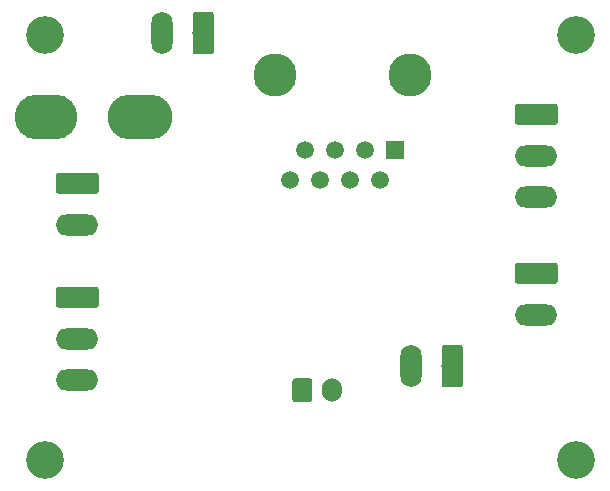
<source format=gbr>
%TF.GenerationSoftware,KiCad,Pcbnew,(5.1.4)-1*%
%TF.CreationDate,2021-10-25T09:38:00+02:00*%
%TF.ProjectId,bbb-diffcape-receiver,6262622d-6469-4666-9663-6170652d7265,rev?*%
%TF.SameCoordinates,Original*%
%TF.FileFunction,Soldermask,Bot*%
%TF.FilePolarity,Negative*%
%FSLAX46Y46*%
G04 Gerber Fmt 4.6, Leading zero omitted, Abs format (unit mm)*
G04 Created by KiCad (PCBNEW (5.1.4)-1) date 2021-10-25 09:38:00*
%MOMM*%
%LPD*%
G04 APERTURE LIST*
%ADD10C,3.650000*%
%ADD11R,1.500000X1.500000*%
%ADD12C,1.500000*%
%ADD13O,1.800000X3.600000*%
%ADD14C,0.100000*%
%ADD15C,1.800000*%
%ADD16C,3.200000*%
%ADD17O,1.700000X2.000000*%
%ADD18C,1.700000*%
%ADD19O,3.600000X1.800000*%
%ADD20O,5.300000X3.800000*%
%ADD21O,5.500000X3.800000*%
G04 APERTURE END LIST*
D10*
%TO.C,J8*%
X111506000Y-56388000D03*
X122936000Y-56388000D03*
D11*
X121666000Y-62738000D03*
D12*
X120396000Y-65278000D03*
X119126000Y-62738000D03*
X117856000Y-65278000D03*
X116586000Y-62738000D03*
X115316000Y-65278000D03*
X114046000Y-62738000D03*
X112776000Y-65278000D03*
%TD*%
D13*
%TO.C,J7*%
X101910000Y-52832000D03*
D14*
G36*
X106084504Y-51033204D02*
G01*
X106108773Y-51036804D01*
X106132571Y-51042765D01*
X106155671Y-51051030D01*
X106177849Y-51061520D01*
X106198893Y-51074133D01*
X106218598Y-51088747D01*
X106236777Y-51105223D01*
X106253253Y-51123402D01*
X106267867Y-51143107D01*
X106280480Y-51164151D01*
X106290970Y-51186329D01*
X106299235Y-51209429D01*
X106305196Y-51233227D01*
X106308796Y-51257496D01*
X106310000Y-51282000D01*
X106310000Y-54382000D01*
X106308796Y-54406504D01*
X106305196Y-54430773D01*
X106299235Y-54454571D01*
X106290970Y-54477671D01*
X106280480Y-54499849D01*
X106267867Y-54520893D01*
X106253253Y-54540598D01*
X106236777Y-54558777D01*
X106218598Y-54575253D01*
X106198893Y-54589867D01*
X106177849Y-54602480D01*
X106155671Y-54612970D01*
X106132571Y-54621235D01*
X106108773Y-54627196D01*
X106084504Y-54630796D01*
X106060000Y-54632000D01*
X104760000Y-54632000D01*
X104735496Y-54630796D01*
X104711227Y-54627196D01*
X104687429Y-54621235D01*
X104664329Y-54612970D01*
X104642151Y-54602480D01*
X104621107Y-54589867D01*
X104601402Y-54575253D01*
X104583223Y-54558777D01*
X104566747Y-54540598D01*
X104552133Y-54520893D01*
X104539520Y-54499849D01*
X104529030Y-54477671D01*
X104520765Y-54454571D01*
X104514804Y-54430773D01*
X104511204Y-54406504D01*
X104510000Y-54382000D01*
X104510000Y-51282000D01*
X104511204Y-51257496D01*
X104514804Y-51233227D01*
X104520765Y-51209429D01*
X104529030Y-51186329D01*
X104539520Y-51164151D01*
X104552133Y-51143107D01*
X104566747Y-51123402D01*
X104583223Y-51105223D01*
X104601402Y-51088747D01*
X104621107Y-51074133D01*
X104642151Y-51061520D01*
X104664329Y-51051030D01*
X104687429Y-51042765D01*
X104711227Y-51036804D01*
X104735496Y-51033204D01*
X104760000Y-51032000D01*
X106060000Y-51032000D01*
X106084504Y-51033204D01*
X106084504Y-51033204D01*
G37*
D15*
X105410000Y-52832000D03*
%TD*%
D16*
%TO.C,H4*%
X137000000Y-89000000D03*
%TD*%
%TO.C,H3*%
X92000000Y-53000000D03*
%TD*%
%TO.C,H2*%
X137000000Y-53000000D03*
%TD*%
%TO.C,H1*%
X92000000Y-89000000D03*
%TD*%
D17*
%TO.C,J6*%
X116292000Y-83058000D03*
D14*
G36*
X114416504Y-82059204D02*
G01*
X114440773Y-82062804D01*
X114464571Y-82068765D01*
X114487671Y-82077030D01*
X114509849Y-82087520D01*
X114530893Y-82100133D01*
X114550598Y-82114747D01*
X114568777Y-82131223D01*
X114585253Y-82149402D01*
X114599867Y-82169107D01*
X114612480Y-82190151D01*
X114622970Y-82212329D01*
X114631235Y-82235429D01*
X114637196Y-82259227D01*
X114640796Y-82283496D01*
X114642000Y-82308000D01*
X114642000Y-83808000D01*
X114640796Y-83832504D01*
X114637196Y-83856773D01*
X114631235Y-83880571D01*
X114622970Y-83903671D01*
X114612480Y-83925849D01*
X114599867Y-83946893D01*
X114585253Y-83966598D01*
X114568777Y-83984777D01*
X114550598Y-84001253D01*
X114530893Y-84015867D01*
X114509849Y-84028480D01*
X114487671Y-84038970D01*
X114464571Y-84047235D01*
X114440773Y-84053196D01*
X114416504Y-84056796D01*
X114392000Y-84058000D01*
X113192000Y-84058000D01*
X113167496Y-84056796D01*
X113143227Y-84053196D01*
X113119429Y-84047235D01*
X113096329Y-84038970D01*
X113074151Y-84028480D01*
X113053107Y-84015867D01*
X113033402Y-84001253D01*
X113015223Y-83984777D01*
X112998747Y-83966598D01*
X112984133Y-83946893D01*
X112971520Y-83925849D01*
X112961030Y-83903671D01*
X112952765Y-83880571D01*
X112946804Y-83856773D01*
X112943204Y-83832504D01*
X112942000Y-83808000D01*
X112942000Y-82308000D01*
X112943204Y-82283496D01*
X112946804Y-82259227D01*
X112952765Y-82235429D01*
X112961030Y-82212329D01*
X112971520Y-82190151D01*
X112984133Y-82169107D01*
X112998747Y-82149402D01*
X113015223Y-82131223D01*
X113033402Y-82114747D01*
X113053107Y-82100133D01*
X113074151Y-82087520D01*
X113096329Y-82077030D01*
X113119429Y-82068765D01*
X113143227Y-82062804D01*
X113167496Y-82059204D01*
X113192000Y-82058000D01*
X114392000Y-82058000D01*
X114416504Y-82059204D01*
X114416504Y-82059204D01*
G37*
D18*
X113792000Y-83058000D03*
%TD*%
D19*
%TO.C,J5*%
X133604000Y-66690000D03*
X133604000Y-63190000D03*
D14*
G36*
X135178504Y-58791204D02*
G01*
X135202773Y-58794804D01*
X135226571Y-58800765D01*
X135249671Y-58809030D01*
X135271849Y-58819520D01*
X135292893Y-58832133D01*
X135312598Y-58846747D01*
X135330777Y-58863223D01*
X135347253Y-58881402D01*
X135361867Y-58901107D01*
X135374480Y-58922151D01*
X135384970Y-58944329D01*
X135393235Y-58967429D01*
X135399196Y-58991227D01*
X135402796Y-59015496D01*
X135404000Y-59040000D01*
X135404000Y-60340000D01*
X135402796Y-60364504D01*
X135399196Y-60388773D01*
X135393235Y-60412571D01*
X135384970Y-60435671D01*
X135374480Y-60457849D01*
X135361867Y-60478893D01*
X135347253Y-60498598D01*
X135330777Y-60516777D01*
X135312598Y-60533253D01*
X135292893Y-60547867D01*
X135271849Y-60560480D01*
X135249671Y-60570970D01*
X135226571Y-60579235D01*
X135202773Y-60585196D01*
X135178504Y-60588796D01*
X135154000Y-60590000D01*
X132054000Y-60590000D01*
X132029496Y-60588796D01*
X132005227Y-60585196D01*
X131981429Y-60579235D01*
X131958329Y-60570970D01*
X131936151Y-60560480D01*
X131915107Y-60547867D01*
X131895402Y-60533253D01*
X131877223Y-60516777D01*
X131860747Y-60498598D01*
X131846133Y-60478893D01*
X131833520Y-60457849D01*
X131823030Y-60435671D01*
X131814765Y-60412571D01*
X131808804Y-60388773D01*
X131805204Y-60364504D01*
X131804000Y-60340000D01*
X131804000Y-59040000D01*
X131805204Y-59015496D01*
X131808804Y-58991227D01*
X131814765Y-58967429D01*
X131823030Y-58944329D01*
X131833520Y-58922151D01*
X131846133Y-58901107D01*
X131860747Y-58881402D01*
X131877223Y-58863223D01*
X131895402Y-58846747D01*
X131915107Y-58832133D01*
X131936151Y-58819520D01*
X131958329Y-58809030D01*
X131981429Y-58800765D01*
X132005227Y-58794804D01*
X132029496Y-58791204D01*
X132054000Y-58790000D01*
X135154000Y-58790000D01*
X135178504Y-58791204D01*
X135178504Y-58791204D01*
G37*
D15*
X133604000Y-59690000D03*
%TD*%
D19*
%TO.C,J4*%
X133604000Y-76652000D03*
D14*
G36*
X135178504Y-72253204D02*
G01*
X135202773Y-72256804D01*
X135226571Y-72262765D01*
X135249671Y-72271030D01*
X135271849Y-72281520D01*
X135292893Y-72294133D01*
X135312598Y-72308747D01*
X135330777Y-72325223D01*
X135347253Y-72343402D01*
X135361867Y-72363107D01*
X135374480Y-72384151D01*
X135384970Y-72406329D01*
X135393235Y-72429429D01*
X135399196Y-72453227D01*
X135402796Y-72477496D01*
X135404000Y-72502000D01*
X135404000Y-73802000D01*
X135402796Y-73826504D01*
X135399196Y-73850773D01*
X135393235Y-73874571D01*
X135384970Y-73897671D01*
X135374480Y-73919849D01*
X135361867Y-73940893D01*
X135347253Y-73960598D01*
X135330777Y-73978777D01*
X135312598Y-73995253D01*
X135292893Y-74009867D01*
X135271849Y-74022480D01*
X135249671Y-74032970D01*
X135226571Y-74041235D01*
X135202773Y-74047196D01*
X135178504Y-74050796D01*
X135154000Y-74052000D01*
X132054000Y-74052000D01*
X132029496Y-74050796D01*
X132005227Y-74047196D01*
X131981429Y-74041235D01*
X131958329Y-74032970D01*
X131936151Y-74022480D01*
X131915107Y-74009867D01*
X131895402Y-73995253D01*
X131877223Y-73978777D01*
X131860747Y-73960598D01*
X131846133Y-73940893D01*
X131833520Y-73919849D01*
X131823030Y-73897671D01*
X131814765Y-73874571D01*
X131808804Y-73850773D01*
X131805204Y-73826504D01*
X131804000Y-73802000D01*
X131804000Y-72502000D01*
X131805204Y-72477496D01*
X131808804Y-72453227D01*
X131814765Y-72429429D01*
X131823030Y-72406329D01*
X131833520Y-72384151D01*
X131846133Y-72363107D01*
X131860747Y-72343402D01*
X131877223Y-72325223D01*
X131895402Y-72308747D01*
X131915107Y-72294133D01*
X131936151Y-72281520D01*
X131958329Y-72271030D01*
X131981429Y-72262765D01*
X132005227Y-72256804D01*
X132029496Y-72253204D01*
X132054000Y-72252000D01*
X135154000Y-72252000D01*
X135178504Y-72253204D01*
X135178504Y-72253204D01*
G37*
D15*
X133604000Y-73152000D03*
%TD*%
D13*
%TO.C,J3*%
X122992000Y-81026000D03*
D14*
G36*
X127166504Y-79227204D02*
G01*
X127190773Y-79230804D01*
X127214571Y-79236765D01*
X127237671Y-79245030D01*
X127259849Y-79255520D01*
X127280893Y-79268133D01*
X127300598Y-79282747D01*
X127318777Y-79299223D01*
X127335253Y-79317402D01*
X127349867Y-79337107D01*
X127362480Y-79358151D01*
X127372970Y-79380329D01*
X127381235Y-79403429D01*
X127387196Y-79427227D01*
X127390796Y-79451496D01*
X127392000Y-79476000D01*
X127392000Y-82576000D01*
X127390796Y-82600504D01*
X127387196Y-82624773D01*
X127381235Y-82648571D01*
X127372970Y-82671671D01*
X127362480Y-82693849D01*
X127349867Y-82714893D01*
X127335253Y-82734598D01*
X127318777Y-82752777D01*
X127300598Y-82769253D01*
X127280893Y-82783867D01*
X127259849Y-82796480D01*
X127237671Y-82806970D01*
X127214571Y-82815235D01*
X127190773Y-82821196D01*
X127166504Y-82824796D01*
X127142000Y-82826000D01*
X125842000Y-82826000D01*
X125817496Y-82824796D01*
X125793227Y-82821196D01*
X125769429Y-82815235D01*
X125746329Y-82806970D01*
X125724151Y-82796480D01*
X125703107Y-82783867D01*
X125683402Y-82769253D01*
X125665223Y-82752777D01*
X125648747Y-82734598D01*
X125634133Y-82714893D01*
X125621520Y-82693849D01*
X125611030Y-82671671D01*
X125602765Y-82648571D01*
X125596804Y-82624773D01*
X125593204Y-82600504D01*
X125592000Y-82576000D01*
X125592000Y-79476000D01*
X125593204Y-79451496D01*
X125596804Y-79427227D01*
X125602765Y-79403429D01*
X125611030Y-79380329D01*
X125621520Y-79358151D01*
X125634133Y-79337107D01*
X125648747Y-79317402D01*
X125665223Y-79299223D01*
X125683402Y-79282747D01*
X125703107Y-79268133D01*
X125724151Y-79255520D01*
X125746329Y-79245030D01*
X125769429Y-79236765D01*
X125793227Y-79230804D01*
X125817496Y-79227204D01*
X125842000Y-79226000D01*
X127142000Y-79226000D01*
X127166504Y-79227204D01*
X127166504Y-79227204D01*
G37*
D15*
X126492000Y-81026000D03*
%TD*%
D19*
%TO.C,J2*%
X94742000Y-82184000D03*
X94742000Y-78684000D03*
D14*
G36*
X96316504Y-74285204D02*
G01*
X96340773Y-74288804D01*
X96364571Y-74294765D01*
X96387671Y-74303030D01*
X96409849Y-74313520D01*
X96430893Y-74326133D01*
X96450598Y-74340747D01*
X96468777Y-74357223D01*
X96485253Y-74375402D01*
X96499867Y-74395107D01*
X96512480Y-74416151D01*
X96522970Y-74438329D01*
X96531235Y-74461429D01*
X96537196Y-74485227D01*
X96540796Y-74509496D01*
X96542000Y-74534000D01*
X96542000Y-75834000D01*
X96540796Y-75858504D01*
X96537196Y-75882773D01*
X96531235Y-75906571D01*
X96522970Y-75929671D01*
X96512480Y-75951849D01*
X96499867Y-75972893D01*
X96485253Y-75992598D01*
X96468777Y-76010777D01*
X96450598Y-76027253D01*
X96430893Y-76041867D01*
X96409849Y-76054480D01*
X96387671Y-76064970D01*
X96364571Y-76073235D01*
X96340773Y-76079196D01*
X96316504Y-76082796D01*
X96292000Y-76084000D01*
X93192000Y-76084000D01*
X93167496Y-76082796D01*
X93143227Y-76079196D01*
X93119429Y-76073235D01*
X93096329Y-76064970D01*
X93074151Y-76054480D01*
X93053107Y-76041867D01*
X93033402Y-76027253D01*
X93015223Y-76010777D01*
X92998747Y-75992598D01*
X92984133Y-75972893D01*
X92971520Y-75951849D01*
X92961030Y-75929671D01*
X92952765Y-75906571D01*
X92946804Y-75882773D01*
X92943204Y-75858504D01*
X92942000Y-75834000D01*
X92942000Y-74534000D01*
X92943204Y-74509496D01*
X92946804Y-74485227D01*
X92952765Y-74461429D01*
X92961030Y-74438329D01*
X92971520Y-74416151D01*
X92984133Y-74395107D01*
X92998747Y-74375402D01*
X93015223Y-74357223D01*
X93033402Y-74340747D01*
X93053107Y-74326133D01*
X93074151Y-74313520D01*
X93096329Y-74303030D01*
X93119429Y-74294765D01*
X93143227Y-74288804D01*
X93167496Y-74285204D01*
X93192000Y-74284000D01*
X96292000Y-74284000D01*
X96316504Y-74285204D01*
X96316504Y-74285204D01*
G37*
D15*
X94742000Y-75184000D03*
%TD*%
D19*
%TO.C,J1*%
X94742000Y-69032000D03*
D14*
G36*
X96316504Y-64633204D02*
G01*
X96340773Y-64636804D01*
X96364571Y-64642765D01*
X96387671Y-64651030D01*
X96409849Y-64661520D01*
X96430893Y-64674133D01*
X96450598Y-64688747D01*
X96468777Y-64705223D01*
X96485253Y-64723402D01*
X96499867Y-64743107D01*
X96512480Y-64764151D01*
X96522970Y-64786329D01*
X96531235Y-64809429D01*
X96537196Y-64833227D01*
X96540796Y-64857496D01*
X96542000Y-64882000D01*
X96542000Y-66182000D01*
X96540796Y-66206504D01*
X96537196Y-66230773D01*
X96531235Y-66254571D01*
X96522970Y-66277671D01*
X96512480Y-66299849D01*
X96499867Y-66320893D01*
X96485253Y-66340598D01*
X96468777Y-66358777D01*
X96450598Y-66375253D01*
X96430893Y-66389867D01*
X96409849Y-66402480D01*
X96387671Y-66412970D01*
X96364571Y-66421235D01*
X96340773Y-66427196D01*
X96316504Y-66430796D01*
X96292000Y-66432000D01*
X93192000Y-66432000D01*
X93167496Y-66430796D01*
X93143227Y-66427196D01*
X93119429Y-66421235D01*
X93096329Y-66412970D01*
X93074151Y-66402480D01*
X93053107Y-66389867D01*
X93033402Y-66375253D01*
X93015223Y-66358777D01*
X92998747Y-66340598D01*
X92984133Y-66320893D01*
X92971520Y-66299849D01*
X92961030Y-66277671D01*
X92952765Y-66254571D01*
X92946804Y-66230773D01*
X92943204Y-66206504D01*
X92942000Y-66182000D01*
X92942000Y-64882000D01*
X92943204Y-64857496D01*
X92946804Y-64833227D01*
X92952765Y-64809429D01*
X92961030Y-64786329D01*
X92971520Y-64764151D01*
X92984133Y-64743107D01*
X92998747Y-64723402D01*
X93015223Y-64705223D01*
X93033402Y-64688747D01*
X93053107Y-64674133D01*
X93074151Y-64661520D01*
X93096329Y-64651030D01*
X93119429Y-64642765D01*
X93143227Y-64636804D01*
X93167496Y-64633204D01*
X93192000Y-64632000D01*
X96292000Y-64632000D01*
X96316504Y-64633204D01*
X96316504Y-64633204D01*
G37*
D15*
X94742000Y-65532000D03*
%TD*%
D20*
%TO.C,F1*%
X92076000Y-59944000D03*
D21*
X100076000Y-59944000D03*
%TD*%
M02*

</source>
